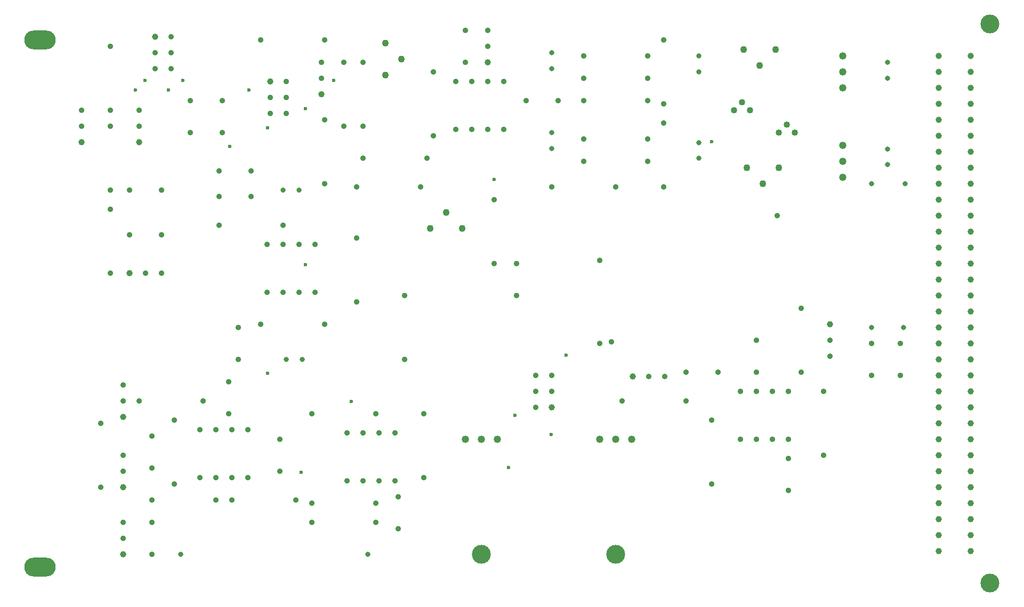
<source format=gbr>
G04 Generated by Ultiboard 10.0 *
%FSLAX25Y25*%
%MOIN*%

%ADD10O,0.19685X0.11811*%
%ADD11C,0.02362*%
%ADD12C,0.11811*%
%ADD13C,0.03500*%
%ADD14C,0.04000*%
%ADD15C,0.04333*%
%ADD16C,0.03150*%
%ADD17C,0.03543*%
%ADD18C,0.03917*%
%ADD19C,0.04667*%
%ADD20C,0.03937*%


G04 ColorRGB 000000 for the following layer *
%LNBohrung-Copper Top-Copper Bottom*%
%LPD*%
%FSLAX25Y25*%
%MOIN*%
G54D10*
X26000Y32000D03*
X26000Y362000D03*
G54D11*
X96500Y40000D03*
X189165Y91535D03*
X191929Y221457D03*
X168307Y153543D03*
X220646Y135874D03*
X91535Y336614D03*
X85630Y330709D03*
X106299Y330709D03*
X115157Y336614D03*
X191929Y318898D03*
X144685Y295276D03*
X168307Y307087D03*
X156496Y330709D03*
X209646Y336614D03*
X376000Y172000D03*
X323000Y127083D03*
X345520Y115157D03*
X318898Y94488D03*
X355000Y164866D03*
X310039Y274606D03*
X445866Y298228D03*
G54D12*
X302000Y40000D03*
X386000Y40000D03*
X620000Y22000D03*
X620000Y372000D03*
G54D13*
X494000Y80000D03*
X494000Y100000D03*
X502000Y154000D03*
X502000Y194000D03*
X254000Y162000D03*
X254000Y202000D03*
X224000Y270000D03*
X264000Y270000D03*
X228000Y288000D03*
X268000Y288000D03*
X250000Y56000D03*
X250000Y76000D03*
X218000Y86000D03*
X218000Y116000D03*
X238000Y86000D03*
X228000Y86000D03*
X248000Y86000D03*
X238000Y116000D03*
X228000Y116000D03*
X248000Y116000D03*
X158000Y264000D03*
X138000Y264000D03*
X82000Y240000D03*
X102000Y240000D03*
X70000Y216000D03*
X70000Y256000D03*
X96000Y74000D03*
X136000Y74000D03*
X126000Y88000D03*
X126000Y118000D03*
X156000Y118000D03*
X156000Y88000D03*
X136000Y88000D03*
X146000Y88000D03*
X136000Y118000D03*
X146000Y118000D03*
X128000Y136000D03*
X88000Y136000D03*
X110000Y124000D03*
X110000Y84000D03*
X78000Y136000D03*
X78000Y146000D03*
X64000Y82000D03*
X64000Y122000D03*
X96000Y60000D03*
X96000Y40000D03*
X78000Y60000D03*
X78000Y50000D03*
X96000Y94000D03*
X96000Y114000D03*
X78000Y92000D03*
X78000Y102000D03*
X92000Y216000D03*
X102000Y216000D03*
X144000Y128000D03*
X144000Y148000D03*
X196000Y128000D03*
X236000Y128000D03*
X186000Y74000D03*
X146000Y74000D03*
X176000Y92000D03*
X176000Y112000D03*
X196000Y60000D03*
X236000Y60000D03*
X196000Y72000D03*
X236000Y72000D03*
X188000Y204000D03*
X188000Y234000D03*
X168000Y204000D03*
X178000Y204000D03*
X168000Y234000D03*
X178000Y234000D03*
X198000Y204000D03*
X198000Y234000D03*
X150000Y162000D03*
X150000Y182000D03*
X224000Y198000D03*
X224000Y238000D03*
X120000Y304000D03*
X120000Y324000D03*
X140000Y304000D03*
X140000Y324000D03*
X52000Y318000D03*
X52000Y308000D03*
X70000Y318000D03*
X70000Y358000D03*
X88000Y318000D03*
X88000Y308000D03*
X82000Y268000D03*
X102000Y268000D03*
X70000Y268000D03*
X70000Y308000D03*
X98000Y344000D03*
X108000Y344000D03*
X108000Y364000D03*
X108000Y354000D03*
X98000Y354000D03*
X164000Y362000D03*
X204000Y362000D03*
X180000Y316000D03*
X170000Y316000D03*
X170000Y326000D03*
X180000Y326000D03*
X180000Y336000D03*
X158000Y280000D03*
X138000Y280000D03*
X228000Y308000D03*
X228000Y348000D03*
X204000Y312000D03*
X204000Y272000D03*
X216000Y308000D03*
X216000Y348000D03*
X202000Y348000D03*
X202000Y338000D03*
X487000Y252000D03*
X383234Y173057D03*
X310000Y222000D03*
X310000Y262000D03*
X376000Y172000D03*
X376000Y224000D03*
X266000Y128000D03*
X266000Y88000D03*
X346000Y142000D03*
X346000Y152000D03*
X336000Y142000D03*
X336000Y132000D03*
X336000Y152000D03*
X324000Y222000D03*
X324000Y202000D03*
X474000Y112000D03*
X464000Y112000D03*
X484000Y112000D03*
X494000Y112000D03*
X474000Y142000D03*
X464000Y142000D03*
X484000Y142000D03*
X494000Y142000D03*
X446000Y124000D03*
X446000Y84000D03*
X474000Y154000D03*
X474000Y174000D03*
X430000Y154000D03*
X450000Y154000D03*
X390000Y136000D03*
X430000Y136000D03*
X406708Y151292D03*
X416708Y151292D03*
X346000Y270000D03*
X386000Y270000D03*
X366000Y324000D03*
X406000Y324000D03*
X366000Y338000D03*
X406000Y338000D03*
X366000Y352000D03*
X406000Y352000D03*
X366000Y286000D03*
X406000Y286000D03*
X366000Y300000D03*
X406000Y300000D03*
X316000Y336000D03*
X316000Y306000D03*
X286000Y306000D03*
X296000Y306000D03*
X306000Y306000D03*
X286000Y336000D03*
X296000Y336000D03*
X306000Y336000D03*
X306000Y358000D03*
X306000Y368000D03*
X272000Y302000D03*
X272000Y342000D03*
X292000Y348000D03*
X292000Y368000D03*
X330000Y324000D03*
X350000Y324000D03*
X516000Y102000D03*
X516000Y142000D03*
X564000Y152000D03*
X564000Y172000D03*
X520000Y174000D03*
X520000Y164000D03*
X546000Y152000D03*
X546000Y172000D03*
G54D14*
X488000Y304000D03*
X493000Y309000D03*
X498000Y304000D03*
X470000Y318000D03*
X460000Y318000D03*
X465000Y323000D03*
G54D15*
X252000Y350000D03*
X242000Y340000D03*
X242000Y360000D03*
X280000Y254000D03*
X270000Y244000D03*
X290000Y244000D03*
X468000Y282000D03*
X488000Y282000D03*
X478000Y272000D03*
X476000Y346000D03*
X466000Y356000D03*
X486000Y356000D03*
G54D16*
X187843Y268000D03*
X178000Y268000D03*
X114000Y40000D03*
X231000Y40000D03*
X189843Y162000D03*
X180000Y162000D03*
X346000Y304000D03*
X346000Y294157D03*
X346000Y344157D03*
X346000Y354000D03*
X438000Y297843D03*
X438000Y288000D03*
X438000Y342157D03*
X438000Y352000D03*
X566000Y182000D03*
X567000Y272000D03*
X546000Y182000D03*
X546000Y272000D03*
X556000Y348000D03*
X556000Y338157D03*
X556000Y284000D03*
X556000Y293843D03*
G54D17*
X138000Y246000D03*
X178000Y246000D03*
X164000Y184000D03*
X204000Y184000D03*
X416000Y270000D03*
X416000Y310000D03*
X416000Y322000D03*
X416000Y362000D03*
G54D18*
X78000Y126000D03*
X78000Y40000D03*
X78000Y82000D03*
X82000Y216000D03*
X52000Y298000D03*
X88000Y298000D03*
X98000Y364000D03*
X170000Y336000D03*
X202000Y328000D03*
X346000Y132000D03*
X396708Y151292D03*
X306000Y348000D03*
X520000Y184000D03*
G54D19*
X376000Y112000D03*
X396000Y112000D03*
X386000Y112000D03*
X312000Y112000D03*
X302000Y112000D03*
X292000Y112000D03*
X528000Y286000D03*
X528000Y276000D03*
X528000Y296000D03*
X528000Y342000D03*
X528000Y332000D03*
X528000Y352000D03*
G54D20*
X588000Y252000D03*
X607921Y252000D03*
X588000Y62000D03*
X607921Y62000D03*
X588000Y42000D03*
X588000Y52000D03*
X607921Y42000D03*
X607921Y52000D03*
X588000Y92000D03*
X588000Y72000D03*
X588000Y82000D03*
X588000Y112000D03*
X588000Y102000D03*
X588000Y122000D03*
X607921Y92000D03*
X607921Y72000D03*
X607921Y82000D03*
X607921Y112000D03*
X607921Y102000D03*
X607921Y122000D03*
X588000Y192000D03*
X607921Y192000D03*
X588000Y142000D03*
X588000Y132000D03*
X588000Y152000D03*
X588000Y172000D03*
X588000Y162000D03*
X588000Y182000D03*
X607921Y142000D03*
X607921Y132000D03*
X607921Y152000D03*
X607921Y172000D03*
X607921Y162000D03*
X607921Y182000D03*
X588000Y222000D03*
X588000Y202000D03*
X588000Y212000D03*
X588000Y232000D03*
X588000Y242000D03*
X607921Y222000D03*
X607921Y202000D03*
X607921Y212000D03*
X607921Y232000D03*
X607921Y242000D03*
X588000Y282000D03*
X588000Y262000D03*
X588000Y272000D03*
X588000Y292000D03*
X588000Y312000D03*
X588000Y302000D03*
X607921Y282000D03*
X607921Y262000D03*
X607921Y272000D03*
X607921Y292000D03*
X607921Y312000D03*
X607921Y302000D03*
X588000Y332000D03*
X588000Y322000D03*
X588000Y342000D03*
X588000Y352000D03*
X607921Y332000D03*
X607921Y322000D03*
X607921Y342000D03*
X607921Y352000D03*

M00*

</source>
